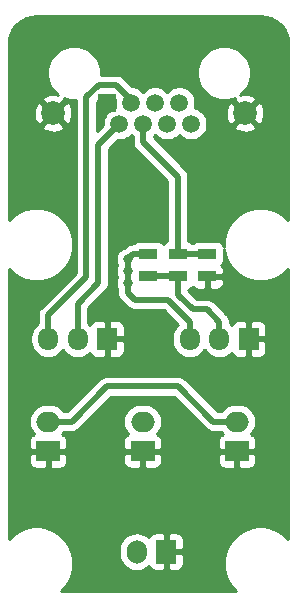
<source format=gtl>
G04 #@! TF.GenerationSoftware,KiCad,Pcbnew,6.0.0-rc1-unknown-73a0cbf~66~ubuntu18.04.1*
G04 #@! TF.CreationDate,2019-02-12T22:26:01+01:00
G04 #@! TF.ProjectId,wcube-head-pcb,77637562-652d-4686-9561-642d7063622e,rev?*
G04 #@! TF.SameCoordinates,Original*
G04 #@! TF.FileFunction,Copper,L1,Top*
G04 #@! TF.FilePolarity,Positive*
%FSLAX46Y46*%
G04 Gerber Fmt 4.6, Leading zero omitted, Abs format (unit mm)*
G04 Created by KiCad (PCBNEW 6.0.0-rc1-unknown-73a0cbf~66~ubuntu18.04.1) date 2019-02-12 22:26:01*
%MOMM*%
%LPD*%
G04 APERTURE LIST*
%ADD10O,1.700000X1.950000*%
%ADD11R,1.700000X1.950000*%
%ADD12R,1.500000X0.970000*%
%ADD13C,2.000000*%
%ADD14C,1.500000*%
%ADD15R,1.500000X1.500000*%
%ADD16O,2.000000X1.700000*%
%ADD17R,2.000000X1.700000*%
%ADD18O,1.700000X2.000000*%
%ADD19R,1.700000X2.000000*%
%ADD20C,0.800000*%
%ADD21C,0.500000*%
%ADD22C,0.254000*%
G04 APERTURE END LIST*
D10*
X169000000Y-78000000D03*
X171500000Y-78000000D03*
D11*
X174000000Y-78000000D03*
D12*
X182500000Y-70795000D03*
X182500000Y-72705000D03*
D13*
X185680000Y-58890000D03*
D14*
X181110000Y-59780000D03*
X179080000Y-59780000D03*
X177050000Y-59780000D03*
X175020000Y-59780000D03*
X178060000Y-58000000D03*
X176030000Y-58000000D03*
X180100000Y-58000000D03*
D15*
X174000000Y-58000000D03*
D13*
X169430000Y-58890000D03*
D12*
X177500000Y-70795000D03*
X177500000Y-72705000D03*
X180000000Y-70795000D03*
X180000000Y-72705000D03*
D10*
X181000000Y-78000000D03*
X183500000Y-78000000D03*
D11*
X186000000Y-78000000D03*
D16*
X185000000Y-85000000D03*
D17*
X185000000Y-87500000D03*
D16*
X169000000Y-85000000D03*
D17*
X169000000Y-87500000D03*
D16*
X177000000Y-85000000D03*
D17*
X177000000Y-87500000D03*
D18*
X176500000Y-96000000D03*
D19*
X179000000Y-96000000D03*
D20*
X175750000Y-71250000D03*
X175750000Y-72250000D03*
X175750000Y-73250000D03*
X175750000Y-64750000D03*
X175750000Y-63750000D03*
X175750000Y-62750000D03*
X174750000Y-62750000D03*
X174750000Y-63750000D03*
X174750000Y-64750000D03*
D21*
X183000000Y-85000000D02*
X185000000Y-85000000D01*
X180000000Y-82000000D02*
X183000000Y-85000000D01*
X174000000Y-82000000D02*
X180000000Y-82000000D01*
X169000000Y-85000000D02*
X171000000Y-85000000D01*
X171000000Y-85000000D02*
X174000000Y-82000000D01*
X176205000Y-70795000D02*
X176149999Y-70850001D01*
X177500000Y-70795000D02*
X176205000Y-70795000D01*
X176149999Y-70850001D02*
X175750000Y-71250000D01*
X175750000Y-71250000D02*
X175750000Y-72250000D01*
X175750000Y-72250000D02*
X175750000Y-73250000D01*
X181000000Y-76525000D02*
X179150000Y-74675000D01*
X176325000Y-74675000D02*
X175750000Y-74100000D01*
X181000000Y-78000000D02*
X181000000Y-76525000D01*
X179150000Y-74675000D02*
X176325000Y-74675000D01*
X175750000Y-74100000D02*
X175750000Y-73815685D01*
X175750000Y-73815685D02*
X175750000Y-73250000D01*
X182500000Y-70795000D02*
X180000000Y-70795000D01*
X177050000Y-61300000D02*
X180000000Y-64250000D01*
X180000000Y-64250000D02*
X180000000Y-70795000D01*
X177050000Y-59780000D02*
X177050000Y-61300000D01*
X176030000Y-57780000D02*
X176030000Y-58000000D01*
X169000000Y-76000000D02*
X172250000Y-72750000D01*
X169000000Y-78000000D02*
X169000000Y-76000000D01*
X173278002Y-56500000D02*
X174750000Y-56500000D01*
X172250000Y-72750000D02*
X172250000Y-57528002D01*
X172250000Y-57528002D02*
X173278002Y-56500000D01*
X174750000Y-56500000D02*
X176030000Y-57780000D01*
X174270001Y-60529999D02*
X175020000Y-59780000D01*
X173250000Y-61550000D02*
X174270001Y-60529999D01*
X173250000Y-73250000D02*
X173250000Y-61550000D01*
X171500000Y-78000000D02*
X171500000Y-75000000D01*
X171500000Y-75000000D02*
X173250000Y-73250000D01*
X177500000Y-72705000D02*
X180000000Y-72705000D01*
X183500000Y-76525000D02*
X182475000Y-75500000D01*
X183500000Y-78000000D02*
X183500000Y-76525000D01*
X182475000Y-75500000D02*
X181250000Y-75500000D01*
X181250000Y-75500000D02*
X180000000Y-74250000D01*
X180000000Y-74250000D02*
X180000000Y-72705000D01*
D22*
G36*
X187453893Y-50707670D02*
G01*
X187890498Y-50839489D01*
X188293185Y-51053600D01*
X188646612Y-51341848D01*
X188937327Y-51693261D01*
X189154242Y-52094439D01*
X189289106Y-52530113D01*
X189340000Y-53014344D01*
X189340000Y-67917755D01*
X188993346Y-67571101D01*
X188481190Y-67228889D01*
X187912112Y-66993169D01*
X187307983Y-66873000D01*
X186692017Y-66873000D01*
X186087888Y-66993169D01*
X185518810Y-67228889D01*
X185006654Y-67571101D01*
X184571101Y-68006654D01*
X184228889Y-68518810D01*
X183993169Y-69087888D01*
X183873000Y-69692017D01*
X183873000Y-70176248D01*
X183839502Y-70065820D01*
X183780537Y-69955506D01*
X183701185Y-69858815D01*
X183604494Y-69779463D01*
X183494180Y-69720498D01*
X183374482Y-69684188D01*
X183250000Y-69671928D01*
X181750000Y-69671928D01*
X181625518Y-69684188D01*
X181505820Y-69720498D01*
X181395506Y-69779463D01*
X181298815Y-69858815D01*
X181256809Y-69910000D01*
X181243191Y-69910000D01*
X181201185Y-69858815D01*
X181104494Y-69779463D01*
X180994180Y-69720498D01*
X180885000Y-69687379D01*
X180885000Y-64293466D01*
X180889281Y-64249999D01*
X180885000Y-64206533D01*
X180885000Y-64206523D01*
X180872195Y-64076510D01*
X180821589Y-63909687D01*
X180739411Y-63755941D01*
X180628817Y-63621183D01*
X180595050Y-63593471D01*
X177935000Y-60933422D01*
X177935000Y-60853685D01*
X178065000Y-60723685D01*
X178197114Y-60855799D01*
X178423957Y-61007371D01*
X178676011Y-61111775D01*
X178943589Y-61165000D01*
X179216411Y-61165000D01*
X179483989Y-61111775D01*
X179736043Y-61007371D01*
X179962886Y-60855799D01*
X180095000Y-60723685D01*
X180227114Y-60855799D01*
X180453957Y-61007371D01*
X180706011Y-61111775D01*
X180973589Y-61165000D01*
X181246411Y-61165000D01*
X181513989Y-61111775D01*
X181766043Y-61007371D01*
X181992886Y-60855799D01*
X182185799Y-60662886D01*
X182337371Y-60436043D01*
X182441775Y-60183989D01*
X182473317Y-60025413D01*
X184724192Y-60025413D01*
X184819956Y-60289814D01*
X185109571Y-60430704D01*
X185421108Y-60512384D01*
X185742595Y-60531718D01*
X186061675Y-60487961D01*
X186366088Y-60382795D01*
X186540044Y-60289814D01*
X186635808Y-60025413D01*
X185680000Y-59069605D01*
X184724192Y-60025413D01*
X182473317Y-60025413D01*
X182495000Y-59916411D01*
X182495000Y-59643589D01*
X182441775Y-59376011D01*
X182337371Y-59123957D01*
X182222871Y-58952595D01*
X184038282Y-58952595D01*
X184082039Y-59271675D01*
X184187205Y-59576088D01*
X184280186Y-59750044D01*
X184544587Y-59845808D01*
X185500395Y-58890000D01*
X185859605Y-58890000D01*
X186815413Y-59845808D01*
X187079814Y-59750044D01*
X187220704Y-59460429D01*
X187302384Y-59148892D01*
X187321718Y-58827405D01*
X187277961Y-58508325D01*
X187172795Y-58203912D01*
X187079814Y-58029956D01*
X186815413Y-57934192D01*
X185859605Y-58890000D01*
X185500395Y-58890000D01*
X184544587Y-57934192D01*
X184280186Y-58029956D01*
X184139296Y-58319571D01*
X184057616Y-58631108D01*
X184038282Y-58952595D01*
X182222871Y-58952595D01*
X182185799Y-58897114D01*
X181992886Y-58704201D01*
X181766043Y-58552629D01*
X181513989Y-58448225D01*
X181421105Y-58429749D01*
X181431775Y-58403989D01*
X181485000Y-58136411D01*
X181485000Y-57863589D01*
X181431775Y-57596011D01*
X181327371Y-57343957D01*
X181175799Y-57117114D01*
X180982886Y-56924201D01*
X180756043Y-56772629D01*
X180503989Y-56668225D01*
X180236411Y-56615000D01*
X179963589Y-56615000D01*
X179696011Y-56668225D01*
X179443957Y-56772629D01*
X179217114Y-56924201D01*
X179080000Y-57061315D01*
X178942886Y-56924201D01*
X178716043Y-56772629D01*
X178463989Y-56668225D01*
X178196411Y-56615000D01*
X177923589Y-56615000D01*
X177656011Y-56668225D01*
X177403957Y-56772629D01*
X177177114Y-56924201D01*
X177045000Y-57056315D01*
X176912886Y-56924201D01*
X176686043Y-56772629D01*
X176433989Y-56668225D01*
X176166411Y-56615000D01*
X176116579Y-56615000D01*
X175406534Y-55904956D01*
X175378817Y-55871183D01*
X175244059Y-55760589D01*
X175090313Y-55678411D01*
X174923490Y-55627805D01*
X174793477Y-55615000D01*
X174793469Y-55615000D01*
X174750000Y-55610719D01*
X174706531Y-55615000D01*
X173495000Y-55615000D01*
X173495000Y-55234947D01*
X181625000Y-55234947D01*
X181625000Y-55685053D01*
X181712811Y-56126510D01*
X181885059Y-56542353D01*
X182135125Y-56916603D01*
X182453397Y-57234875D01*
X182827647Y-57484941D01*
X183243490Y-57657189D01*
X183684947Y-57745000D01*
X184135053Y-57745000D01*
X184576510Y-57657189D01*
X184791762Y-57568029D01*
X184724192Y-57754587D01*
X185680000Y-58710395D01*
X186635808Y-57754587D01*
X186540044Y-57490186D01*
X186250429Y-57349296D01*
X185938892Y-57267616D01*
X185617405Y-57248282D01*
X185298325Y-57292039D01*
X185262559Y-57304395D01*
X185366603Y-57234875D01*
X185684875Y-56916603D01*
X185934941Y-56542353D01*
X186107189Y-56126510D01*
X186195000Y-55685053D01*
X186195000Y-55234947D01*
X186107189Y-54793490D01*
X185934941Y-54377647D01*
X185684875Y-54003397D01*
X185366603Y-53685125D01*
X184992353Y-53435059D01*
X184576510Y-53262811D01*
X184135053Y-53175000D01*
X183684947Y-53175000D01*
X183243490Y-53262811D01*
X182827647Y-53435059D01*
X182453397Y-53685125D01*
X182135125Y-54003397D01*
X181885059Y-54377647D01*
X181712811Y-54793490D01*
X181625000Y-55234947D01*
X173495000Y-55234947D01*
X173407189Y-54793490D01*
X173234941Y-54377647D01*
X172984875Y-54003397D01*
X172666603Y-53685125D01*
X172292353Y-53435059D01*
X171876510Y-53262811D01*
X171435053Y-53175000D01*
X170984947Y-53175000D01*
X170543490Y-53262811D01*
X170127647Y-53435059D01*
X169753397Y-53685125D01*
X169435125Y-54003397D01*
X169185059Y-54377647D01*
X169012811Y-54793490D01*
X168925000Y-55234947D01*
X168925000Y-55685053D01*
X169012811Y-56126510D01*
X169185059Y-56542353D01*
X169435125Y-56916603D01*
X169753397Y-57234875D01*
X169875697Y-57316593D01*
X169688892Y-57267616D01*
X169367405Y-57248282D01*
X169048325Y-57292039D01*
X168743912Y-57397205D01*
X168569956Y-57490186D01*
X168474192Y-57754587D01*
X169430000Y-58710395D01*
X170385808Y-57754587D01*
X170316473Y-57563155D01*
X170543490Y-57657189D01*
X170984947Y-57745000D01*
X171365001Y-57745000D01*
X171365000Y-72383421D01*
X168404951Y-75343471D01*
X168371184Y-75371183D01*
X168343471Y-75404951D01*
X168343468Y-75404954D01*
X168260590Y-75505941D01*
X168178412Y-75659687D01*
X168127805Y-75826510D01*
X168110719Y-76000000D01*
X168115001Y-76043479D01*
X168115001Y-76680241D01*
X167944866Y-76819866D01*
X167759294Y-77045986D01*
X167621401Y-77303966D01*
X167536487Y-77583889D01*
X167515000Y-77802050D01*
X167515000Y-78197949D01*
X167536487Y-78416110D01*
X167621401Y-78696033D01*
X167759294Y-78954013D01*
X167944866Y-79180134D01*
X168170986Y-79365706D01*
X168428966Y-79503599D01*
X168708889Y-79588513D01*
X169000000Y-79617185D01*
X169291110Y-79588513D01*
X169571033Y-79503599D01*
X169829013Y-79365706D01*
X170055134Y-79180134D01*
X170240706Y-78954014D01*
X170250000Y-78936626D01*
X170259294Y-78954013D01*
X170444866Y-79180134D01*
X170670986Y-79365706D01*
X170928966Y-79503599D01*
X171208889Y-79588513D01*
X171500000Y-79617185D01*
X171791110Y-79588513D01*
X172071033Y-79503599D01*
X172329013Y-79365706D01*
X172549549Y-79184718D01*
X172587270Y-79275785D01*
X172656763Y-79379789D01*
X172745211Y-79468237D01*
X172849215Y-79537730D01*
X172964777Y-79585597D01*
X173087458Y-79610000D01*
X173714250Y-79610000D01*
X173873000Y-79451250D01*
X173873000Y-78127000D01*
X174127000Y-78127000D01*
X174127000Y-79451250D01*
X174285750Y-79610000D01*
X174912542Y-79610000D01*
X175035223Y-79585597D01*
X175150785Y-79537730D01*
X175254789Y-79468237D01*
X175343237Y-79379789D01*
X175412730Y-79275785D01*
X175460597Y-79160223D01*
X175485000Y-79037542D01*
X175485000Y-78285750D01*
X175326250Y-78127000D01*
X174127000Y-78127000D01*
X173873000Y-78127000D01*
X173853000Y-78127000D01*
X173853000Y-77873000D01*
X173873000Y-77873000D01*
X173873000Y-76548750D01*
X174127000Y-76548750D01*
X174127000Y-77873000D01*
X175326250Y-77873000D01*
X175485000Y-77714250D01*
X175485000Y-76962458D01*
X175460597Y-76839777D01*
X175412730Y-76724215D01*
X175343237Y-76620211D01*
X175254789Y-76531763D01*
X175150785Y-76462270D01*
X175035223Y-76414403D01*
X174912542Y-76390000D01*
X174285750Y-76390000D01*
X174127000Y-76548750D01*
X173873000Y-76548750D01*
X173714250Y-76390000D01*
X173087458Y-76390000D01*
X172964777Y-76414403D01*
X172849215Y-76462270D01*
X172745211Y-76531763D01*
X172656763Y-76620211D01*
X172587270Y-76724215D01*
X172549549Y-76815282D01*
X172385000Y-76680241D01*
X172385000Y-75366578D01*
X173845050Y-73906529D01*
X173878817Y-73878817D01*
X173930525Y-73815812D01*
X173989411Y-73744059D01*
X174001984Y-73720537D01*
X174071589Y-73590313D01*
X174122195Y-73423490D01*
X174135000Y-73293477D01*
X174135000Y-73293469D01*
X174139281Y-73250000D01*
X174135000Y-73206531D01*
X174135000Y-61916578D01*
X174886579Y-61165000D01*
X175156411Y-61165000D01*
X175423989Y-61111775D01*
X175676043Y-61007371D01*
X175902886Y-60855799D01*
X176035000Y-60723685D01*
X176165001Y-60853686D01*
X176165001Y-61256521D01*
X176160719Y-61300000D01*
X176177805Y-61473490D01*
X176228412Y-61640313D01*
X176310590Y-61794059D01*
X176393468Y-61895046D01*
X176393471Y-61895049D01*
X176421184Y-61928817D01*
X176454951Y-61956529D01*
X179115000Y-64616579D01*
X179115001Y-69687378D01*
X179005820Y-69720498D01*
X178895506Y-69779463D01*
X178798815Y-69858815D01*
X178750000Y-69918296D01*
X178701185Y-69858815D01*
X178604494Y-69779463D01*
X178494180Y-69720498D01*
X178374482Y-69684188D01*
X178250000Y-69671928D01*
X176750000Y-69671928D01*
X176625518Y-69684188D01*
X176505820Y-69720498D01*
X176395506Y-69779463D01*
X176298815Y-69858815D01*
X176256809Y-69910000D01*
X176248465Y-69910000D01*
X176204999Y-69905719D01*
X176161533Y-69910000D01*
X176161523Y-69910000D01*
X176031510Y-69922805D01*
X175864687Y-69973411D01*
X175710941Y-70055589D01*
X175576183Y-70166183D01*
X175548466Y-70199956D01*
X175504957Y-70243465D01*
X175448102Y-70254774D01*
X175259744Y-70332795D01*
X175090226Y-70446063D01*
X174946063Y-70590226D01*
X174832795Y-70759744D01*
X174754774Y-70948102D01*
X174715000Y-71148061D01*
X174715000Y-71351939D01*
X174754774Y-71551898D01*
X174832795Y-71740256D01*
X174839306Y-71750000D01*
X174832795Y-71759744D01*
X174754774Y-71948102D01*
X174715000Y-72148061D01*
X174715000Y-72351939D01*
X174754774Y-72551898D01*
X174832795Y-72740256D01*
X174839306Y-72750000D01*
X174832795Y-72759744D01*
X174754774Y-72948102D01*
X174715000Y-73148061D01*
X174715000Y-73351939D01*
X174754774Y-73551898D01*
X174832795Y-73740256D01*
X174865000Y-73788454D01*
X174865000Y-74056531D01*
X174860719Y-74100000D01*
X174865000Y-74143469D01*
X174865000Y-74143476D01*
X174877805Y-74273489D01*
X174928411Y-74440312D01*
X175010589Y-74594058D01*
X175121183Y-74728817D01*
X175154956Y-74756534D01*
X175668466Y-75270044D01*
X175696183Y-75303817D01*
X175830941Y-75414411D01*
X175984687Y-75496589D01*
X176151510Y-75547195D01*
X176281523Y-75560000D01*
X176281531Y-75560000D01*
X176325000Y-75564281D01*
X176368469Y-75560000D01*
X178783422Y-75560000D01*
X179998924Y-76775502D01*
X179944866Y-76819866D01*
X179759294Y-77045986D01*
X179621401Y-77303966D01*
X179536487Y-77583889D01*
X179515000Y-77802050D01*
X179515000Y-78197949D01*
X179536487Y-78416110D01*
X179621401Y-78696033D01*
X179759294Y-78954013D01*
X179944866Y-79180134D01*
X180170986Y-79365706D01*
X180428966Y-79503599D01*
X180708889Y-79588513D01*
X181000000Y-79617185D01*
X181291110Y-79588513D01*
X181571033Y-79503599D01*
X181829013Y-79365706D01*
X182055134Y-79180134D01*
X182240706Y-78954014D01*
X182250000Y-78936626D01*
X182259294Y-78954013D01*
X182444866Y-79180134D01*
X182670986Y-79365706D01*
X182928966Y-79503599D01*
X183208889Y-79588513D01*
X183500000Y-79617185D01*
X183791110Y-79588513D01*
X184071033Y-79503599D01*
X184329013Y-79365706D01*
X184549549Y-79184718D01*
X184587270Y-79275785D01*
X184656763Y-79379789D01*
X184745211Y-79468237D01*
X184849215Y-79537730D01*
X184964777Y-79585597D01*
X185087458Y-79610000D01*
X185714250Y-79610000D01*
X185873000Y-79451250D01*
X185873000Y-78127000D01*
X186127000Y-78127000D01*
X186127000Y-79451250D01*
X186285750Y-79610000D01*
X186912542Y-79610000D01*
X187035223Y-79585597D01*
X187150785Y-79537730D01*
X187254789Y-79468237D01*
X187343237Y-79379789D01*
X187412730Y-79275785D01*
X187460597Y-79160223D01*
X187485000Y-79037542D01*
X187485000Y-78285750D01*
X187326250Y-78127000D01*
X186127000Y-78127000D01*
X185873000Y-78127000D01*
X185853000Y-78127000D01*
X185853000Y-77873000D01*
X185873000Y-77873000D01*
X185873000Y-76548750D01*
X186127000Y-76548750D01*
X186127000Y-77873000D01*
X187326250Y-77873000D01*
X187485000Y-77714250D01*
X187485000Y-76962458D01*
X187460597Y-76839777D01*
X187412730Y-76724215D01*
X187343237Y-76620211D01*
X187254789Y-76531763D01*
X187150785Y-76462270D01*
X187035223Y-76414403D01*
X186912542Y-76390000D01*
X186285750Y-76390000D01*
X186127000Y-76548750D01*
X185873000Y-76548750D01*
X185714250Y-76390000D01*
X185087458Y-76390000D01*
X184964777Y-76414403D01*
X184849215Y-76462270D01*
X184745211Y-76531763D01*
X184656763Y-76620211D01*
X184587270Y-76724215D01*
X184549549Y-76815282D01*
X184385000Y-76680241D01*
X184385000Y-76568469D01*
X184389281Y-76525000D01*
X184385000Y-76481531D01*
X184385000Y-76481523D01*
X184372195Y-76351510D01*
X184321589Y-76184687D01*
X184239411Y-76030941D01*
X184214018Y-76000000D01*
X184156532Y-75929953D01*
X184156530Y-75929951D01*
X184128817Y-75896183D01*
X184095049Y-75868470D01*
X183131534Y-74904956D01*
X183103817Y-74871183D01*
X182969059Y-74760589D01*
X182815313Y-74678411D01*
X182648490Y-74627805D01*
X182518477Y-74615000D01*
X182518469Y-74615000D01*
X182475000Y-74610719D01*
X182431531Y-74615000D01*
X181616579Y-74615000D01*
X180885000Y-73883422D01*
X180885000Y-73812621D01*
X180994180Y-73779502D01*
X181104494Y-73720537D01*
X181201185Y-73641185D01*
X181248908Y-73583034D01*
X181256763Y-73594789D01*
X181345211Y-73683237D01*
X181449215Y-73752730D01*
X181564777Y-73800597D01*
X181687458Y-73825000D01*
X182214250Y-73825000D01*
X182373000Y-73666250D01*
X182373000Y-72832000D01*
X182627000Y-72832000D01*
X182627000Y-73666250D01*
X182785750Y-73825000D01*
X183312542Y-73825000D01*
X183435223Y-73800597D01*
X183550785Y-73752730D01*
X183654789Y-73683237D01*
X183743237Y-73594789D01*
X183812730Y-73490785D01*
X183860597Y-73375223D01*
X183885000Y-73252542D01*
X183885000Y-72990750D01*
X183726250Y-72832000D01*
X182627000Y-72832000D01*
X182373000Y-72832000D01*
X182353000Y-72832000D01*
X182353000Y-72578000D01*
X182373000Y-72578000D01*
X182373000Y-72558000D01*
X182627000Y-72558000D01*
X182627000Y-72578000D01*
X183726250Y-72578000D01*
X183885000Y-72419250D01*
X183885000Y-72157458D01*
X183860597Y-72034777D01*
X183812730Y-71919215D01*
X183743237Y-71815211D01*
X183678131Y-71750105D01*
X183701185Y-71731185D01*
X183780537Y-71634494D01*
X183839502Y-71524180D01*
X183875812Y-71404482D01*
X183888072Y-71280000D01*
X183888072Y-70383755D01*
X183993169Y-70912112D01*
X184228889Y-71481190D01*
X184571101Y-71993346D01*
X185006654Y-72428899D01*
X185518810Y-72771111D01*
X186087888Y-73006831D01*
X186692017Y-73127000D01*
X187307983Y-73127000D01*
X187912112Y-73006831D01*
X188481190Y-72771111D01*
X188993346Y-72428899D01*
X189340000Y-72082245D01*
X189340001Y-94917756D01*
X188993346Y-94571101D01*
X188481190Y-94228889D01*
X187912112Y-93993169D01*
X187307983Y-93873000D01*
X186692017Y-93873000D01*
X186087888Y-93993169D01*
X185518810Y-94228889D01*
X185006654Y-94571101D01*
X184571101Y-95006654D01*
X184228889Y-95518810D01*
X183993169Y-96087888D01*
X183873000Y-96692017D01*
X183873000Y-97307983D01*
X183993169Y-97912112D01*
X184228889Y-98481190D01*
X184571101Y-98993346D01*
X184917755Y-99340000D01*
X170082245Y-99340000D01*
X170428899Y-98993346D01*
X170771111Y-98481190D01*
X171006831Y-97912112D01*
X171127000Y-97307983D01*
X171127000Y-96692017D01*
X171006831Y-96087888D01*
X170878078Y-95777050D01*
X175015000Y-95777050D01*
X175015000Y-96222949D01*
X175036487Y-96441110D01*
X175121401Y-96721033D01*
X175259294Y-96979013D01*
X175444866Y-97205134D01*
X175670986Y-97390706D01*
X175928966Y-97528599D01*
X176208889Y-97613513D01*
X176500000Y-97642185D01*
X176791110Y-97613513D01*
X177071033Y-97528599D01*
X177329013Y-97390706D01*
X177549549Y-97209718D01*
X177587270Y-97300785D01*
X177656763Y-97404789D01*
X177745211Y-97493237D01*
X177849215Y-97562730D01*
X177964777Y-97610597D01*
X178087458Y-97635000D01*
X178714250Y-97635000D01*
X178873000Y-97476250D01*
X178873000Y-96127000D01*
X179127000Y-96127000D01*
X179127000Y-97476250D01*
X179285750Y-97635000D01*
X179912542Y-97635000D01*
X180035223Y-97610597D01*
X180150785Y-97562730D01*
X180254789Y-97493237D01*
X180343237Y-97404789D01*
X180412730Y-97300785D01*
X180460597Y-97185223D01*
X180485000Y-97062542D01*
X180485000Y-96285750D01*
X180326250Y-96127000D01*
X179127000Y-96127000D01*
X178873000Y-96127000D01*
X178853000Y-96127000D01*
X178853000Y-95873000D01*
X178873000Y-95873000D01*
X178873000Y-94523750D01*
X179127000Y-94523750D01*
X179127000Y-95873000D01*
X180326250Y-95873000D01*
X180485000Y-95714250D01*
X180485000Y-94937458D01*
X180460597Y-94814777D01*
X180412730Y-94699215D01*
X180343237Y-94595211D01*
X180254789Y-94506763D01*
X180150785Y-94437270D01*
X180035223Y-94389403D01*
X179912542Y-94365000D01*
X179285750Y-94365000D01*
X179127000Y-94523750D01*
X178873000Y-94523750D01*
X178714250Y-94365000D01*
X178087458Y-94365000D01*
X177964777Y-94389403D01*
X177849215Y-94437270D01*
X177745211Y-94506763D01*
X177656763Y-94595211D01*
X177587270Y-94699215D01*
X177549549Y-94790282D01*
X177329014Y-94609294D01*
X177071034Y-94471401D01*
X176791111Y-94386487D01*
X176500000Y-94357815D01*
X176208890Y-94386487D01*
X175928967Y-94471401D01*
X175670987Y-94609294D01*
X175444866Y-94794866D01*
X175259294Y-95020986D01*
X175121401Y-95278966D01*
X175036487Y-95558889D01*
X175015000Y-95777050D01*
X170878078Y-95777050D01*
X170771111Y-95518810D01*
X170428899Y-95006654D01*
X169993346Y-94571101D01*
X169481190Y-94228889D01*
X168912112Y-93993169D01*
X168307983Y-93873000D01*
X167692017Y-93873000D01*
X167087888Y-93993169D01*
X166518810Y-94228889D01*
X166006654Y-94571101D01*
X165660000Y-94917755D01*
X165660000Y-87785750D01*
X167365000Y-87785750D01*
X167365000Y-88412542D01*
X167389403Y-88535223D01*
X167437270Y-88650785D01*
X167506763Y-88754789D01*
X167595211Y-88843237D01*
X167699215Y-88912730D01*
X167814777Y-88960597D01*
X167937458Y-88985000D01*
X168714250Y-88985000D01*
X168873000Y-88826250D01*
X168873000Y-87627000D01*
X169127000Y-87627000D01*
X169127000Y-88826250D01*
X169285750Y-88985000D01*
X170062542Y-88985000D01*
X170185223Y-88960597D01*
X170300785Y-88912730D01*
X170404789Y-88843237D01*
X170493237Y-88754789D01*
X170562730Y-88650785D01*
X170610597Y-88535223D01*
X170635000Y-88412542D01*
X170635000Y-87785750D01*
X175365000Y-87785750D01*
X175365000Y-88412542D01*
X175389403Y-88535223D01*
X175437270Y-88650785D01*
X175506763Y-88754789D01*
X175595211Y-88843237D01*
X175699215Y-88912730D01*
X175814777Y-88960597D01*
X175937458Y-88985000D01*
X176714250Y-88985000D01*
X176873000Y-88826250D01*
X176873000Y-87627000D01*
X177127000Y-87627000D01*
X177127000Y-88826250D01*
X177285750Y-88985000D01*
X178062542Y-88985000D01*
X178185223Y-88960597D01*
X178300785Y-88912730D01*
X178404789Y-88843237D01*
X178493237Y-88754789D01*
X178562730Y-88650785D01*
X178610597Y-88535223D01*
X178635000Y-88412542D01*
X178635000Y-87785750D01*
X183365000Y-87785750D01*
X183365000Y-88412542D01*
X183389403Y-88535223D01*
X183437270Y-88650785D01*
X183506763Y-88754789D01*
X183595211Y-88843237D01*
X183699215Y-88912730D01*
X183814777Y-88960597D01*
X183937458Y-88985000D01*
X184714250Y-88985000D01*
X184873000Y-88826250D01*
X184873000Y-87627000D01*
X185127000Y-87627000D01*
X185127000Y-88826250D01*
X185285750Y-88985000D01*
X186062542Y-88985000D01*
X186185223Y-88960597D01*
X186300785Y-88912730D01*
X186404789Y-88843237D01*
X186493237Y-88754789D01*
X186562730Y-88650785D01*
X186610597Y-88535223D01*
X186635000Y-88412542D01*
X186635000Y-87785750D01*
X186476250Y-87627000D01*
X185127000Y-87627000D01*
X184873000Y-87627000D01*
X183523750Y-87627000D01*
X183365000Y-87785750D01*
X178635000Y-87785750D01*
X178476250Y-87627000D01*
X177127000Y-87627000D01*
X176873000Y-87627000D01*
X175523750Y-87627000D01*
X175365000Y-87785750D01*
X170635000Y-87785750D01*
X170476250Y-87627000D01*
X169127000Y-87627000D01*
X168873000Y-87627000D01*
X167523750Y-87627000D01*
X167365000Y-87785750D01*
X165660000Y-87785750D01*
X165660000Y-85000000D01*
X167357815Y-85000000D01*
X167386487Y-85291111D01*
X167471401Y-85571034D01*
X167609294Y-85829014D01*
X167790282Y-86049549D01*
X167699215Y-86087270D01*
X167595211Y-86156763D01*
X167506763Y-86245211D01*
X167437270Y-86349215D01*
X167389403Y-86464777D01*
X167365000Y-86587458D01*
X167365000Y-87214250D01*
X167523750Y-87373000D01*
X168873000Y-87373000D01*
X168873000Y-87353000D01*
X169127000Y-87353000D01*
X169127000Y-87373000D01*
X170476250Y-87373000D01*
X170635000Y-87214250D01*
X170635000Y-86587458D01*
X170610597Y-86464777D01*
X170562730Y-86349215D01*
X170493237Y-86245211D01*
X170404789Y-86156763D01*
X170300785Y-86087270D01*
X170209718Y-86049549D01*
X170344759Y-85885000D01*
X170956531Y-85885000D01*
X171000000Y-85889281D01*
X171043469Y-85885000D01*
X171043477Y-85885000D01*
X171173490Y-85872195D01*
X171340313Y-85821589D01*
X171494059Y-85739411D01*
X171628817Y-85628817D01*
X171656534Y-85595044D01*
X172251578Y-85000000D01*
X175357815Y-85000000D01*
X175386487Y-85291111D01*
X175471401Y-85571034D01*
X175609294Y-85829014D01*
X175790282Y-86049549D01*
X175699215Y-86087270D01*
X175595211Y-86156763D01*
X175506763Y-86245211D01*
X175437270Y-86349215D01*
X175389403Y-86464777D01*
X175365000Y-86587458D01*
X175365000Y-87214250D01*
X175523750Y-87373000D01*
X176873000Y-87373000D01*
X176873000Y-87353000D01*
X177127000Y-87353000D01*
X177127000Y-87373000D01*
X178476250Y-87373000D01*
X178635000Y-87214250D01*
X178635000Y-86587458D01*
X178610597Y-86464777D01*
X178562730Y-86349215D01*
X178493237Y-86245211D01*
X178404789Y-86156763D01*
X178300785Y-86087270D01*
X178209718Y-86049549D01*
X178390706Y-85829014D01*
X178528599Y-85571034D01*
X178613513Y-85291111D01*
X178642185Y-85000000D01*
X178613513Y-84708889D01*
X178528599Y-84428966D01*
X178390706Y-84170986D01*
X178205134Y-83944866D01*
X177979014Y-83759294D01*
X177721034Y-83621401D01*
X177441111Y-83536487D01*
X177222950Y-83515000D01*
X176777050Y-83515000D01*
X176558889Y-83536487D01*
X176278966Y-83621401D01*
X176020986Y-83759294D01*
X175794866Y-83944866D01*
X175609294Y-84170986D01*
X175471401Y-84428966D01*
X175386487Y-84708889D01*
X175357815Y-85000000D01*
X172251578Y-85000000D01*
X174366579Y-82885000D01*
X179633422Y-82885000D01*
X182343470Y-85595049D01*
X182371183Y-85628817D01*
X182404951Y-85656530D01*
X182404953Y-85656532D01*
X182505941Y-85739411D01*
X182659686Y-85821589D01*
X182826510Y-85872195D01*
X182956523Y-85885000D01*
X182956531Y-85885000D01*
X183000000Y-85889281D01*
X183043469Y-85885000D01*
X183655241Y-85885000D01*
X183790282Y-86049549D01*
X183699215Y-86087270D01*
X183595211Y-86156763D01*
X183506763Y-86245211D01*
X183437270Y-86349215D01*
X183389403Y-86464777D01*
X183365000Y-86587458D01*
X183365000Y-87214250D01*
X183523750Y-87373000D01*
X184873000Y-87373000D01*
X184873000Y-87353000D01*
X185127000Y-87353000D01*
X185127000Y-87373000D01*
X186476250Y-87373000D01*
X186635000Y-87214250D01*
X186635000Y-86587458D01*
X186610597Y-86464777D01*
X186562730Y-86349215D01*
X186493237Y-86245211D01*
X186404789Y-86156763D01*
X186300785Y-86087270D01*
X186209718Y-86049549D01*
X186390706Y-85829014D01*
X186528599Y-85571034D01*
X186613513Y-85291111D01*
X186642185Y-85000000D01*
X186613513Y-84708889D01*
X186528599Y-84428966D01*
X186390706Y-84170986D01*
X186205134Y-83944866D01*
X185979014Y-83759294D01*
X185721034Y-83621401D01*
X185441111Y-83536487D01*
X185222950Y-83515000D01*
X184777050Y-83515000D01*
X184558889Y-83536487D01*
X184278966Y-83621401D01*
X184020986Y-83759294D01*
X183794866Y-83944866D01*
X183655241Y-84115000D01*
X183366579Y-84115000D01*
X180656534Y-81404956D01*
X180628817Y-81371183D01*
X180494059Y-81260589D01*
X180340313Y-81178411D01*
X180173490Y-81127805D01*
X180043477Y-81115000D01*
X180043469Y-81115000D01*
X180000000Y-81110719D01*
X179956531Y-81115000D01*
X174043469Y-81115000D01*
X174000000Y-81110719D01*
X173956531Y-81115000D01*
X173956523Y-81115000D01*
X173826510Y-81127805D01*
X173659686Y-81178411D01*
X173505941Y-81260589D01*
X173404953Y-81343468D01*
X173404951Y-81343470D01*
X173371183Y-81371183D01*
X173343470Y-81404951D01*
X170633422Y-84115000D01*
X170344759Y-84115000D01*
X170205134Y-83944866D01*
X169979014Y-83759294D01*
X169721034Y-83621401D01*
X169441111Y-83536487D01*
X169222950Y-83515000D01*
X168777050Y-83515000D01*
X168558889Y-83536487D01*
X168278966Y-83621401D01*
X168020986Y-83759294D01*
X167794866Y-83944866D01*
X167609294Y-84170986D01*
X167471401Y-84428966D01*
X167386487Y-84708889D01*
X167357815Y-85000000D01*
X165660000Y-85000000D01*
X165660000Y-72082245D01*
X166006654Y-72428899D01*
X166518810Y-72771111D01*
X167087888Y-73006831D01*
X167692017Y-73127000D01*
X168307983Y-73127000D01*
X168912112Y-73006831D01*
X169481190Y-72771111D01*
X169993346Y-72428899D01*
X170428899Y-71993346D01*
X170771111Y-71481190D01*
X171006831Y-70912112D01*
X171127000Y-70307983D01*
X171127000Y-69692017D01*
X171006831Y-69087888D01*
X170771111Y-68518810D01*
X170428899Y-68006654D01*
X169993346Y-67571101D01*
X169481190Y-67228889D01*
X168912112Y-66993169D01*
X168307983Y-66873000D01*
X167692017Y-66873000D01*
X167087888Y-66993169D01*
X166518810Y-67228889D01*
X166006654Y-67571101D01*
X165660000Y-67917755D01*
X165660000Y-60025413D01*
X168474192Y-60025413D01*
X168569956Y-60289814D01*
X168859571Y-60430704D01*
X169171108Y-60512384D01*
X169492595Y-60531718D01*
X169811675Y-60487961D01*
X170116088Y-60382795D01*
X170290044Y-60289814D01*
X170385808Y-60025413D01*
X169430000Y-59069605D01*
X168474192Y-60025413D01*
X165660000Y-60025413D01*
X165660000Y-58952595D01*
X167788282Y-58952595D01*
X167832039Y-59271675D01*
X167937205Y-59576088D01*
X168030186Y-59750044D01*
X168294587Y-59845808D01*
X169250395Y-58890000D01*
X169609605Y-58890000D01*
X170565413Y-59845808D01*
X170829814Y-59750044D01*
X170970704Y-59460429D01*
X171052384Y-59148892D01*
X171071718Y-58827405D01*
X171027961Y-58508325D01*
X170922795Y-58203912D01*
X170829814Y-58029956D01*
X170565413Y-57934192D01*
X169609605Y-58890000D01*
X169250395Y-58890000D01*
X168294587Y-57934192D01*
X168030186Y-58029956D01*
X167889296Y-58319571D01*
X167807616Y-58631108D01*
X167788282Y-58952595D01*
X165660000Y-58952595D01*
X165660000Y-53032279D01*
X165707670Y-52546107D01*
X165839489Y-52109502D01*
X166053600Y-51706815D01*
X166341848Y-51353388D01*
X166693261Y-51062673D01*
X167094439Y-50845758D01*
X167530113Y-50710894D01*
X168014344Y-50660000D01*
X186967721Y-50660000D01*
X187453893Y-50707670D01*
X187453893Y-50707670D01*
G37*
X187453893Y-50707670D02*
X187890498Y-50839489D01*
X188293185Y-51053600D01*
X188646612Y-51341848D01*
X188937327Y-51693261D01*
X189154242Y-52094439D01*
X189289106Y-52530113D01*
X189340000Y-53014344D01*
X189340000Y-67917755D01*
X188993346Y-67571101D01*
X188481190Y-67228889D01*
X187912112Y-66993169D01*
X187307983Y-66873000D01*
X186692017Y-66873000D01*
X186087888Y-66993169D01*
X185518810Y-67228889D01*
X185006654Y-67571101D01*
X184571101Y-68006654D01*
X184228889Y-68518810D01*
X183993169Y-69087888D01*
X183873000Y-69692017D01*
X183873000Y-70176248D01*
X183839502Y-70065820D01*
X183780537Y-69955506D01*
X183701185Y-69858815D01*
X183604494Y-69779463D01*
X183494180Y-69720498D01*
X183374482Y-69684188D01*
X183250000Y-69671928D01*
X181750000Y-69671928D01*
X181625518Y-69684188D01*
X181505820Y-69720498D01*
X181395506Y-69779463D01*
X181298815Y-69858815D01*
X181256809Y-69910000D01*
X181243191Y-69910000D01*
X181201185Y-69858815D01*
X181104494Y-69779463D01*
X180994180Y-69720498D01*
X180885000Y-69687379D01*
X180885000Y-64293466D01*
X180889281Y-64249999D01*
X180885000Y-64206533D01*
X180885000Y-64206523D01*
X180872195Y-64076510D01*
X180821589Y-63909687D01*
X180739411Y-63755941D01*
X180628817Y-63621183D01*
X180595050Y-63593471D01*
X177935000Y-60933422D01*
X177935000Y-60853685D01*
X178065000Y-60723685D01*
X178197114Y-60855799D01*
X178423957Y-61007371D01*
X178676011Y-61111775D01*
X178943589Y-61165000D01*
X179216411Y-61165000D01*
X179483989Y-61111775D01*
X179736043Y-61007371D01*
X179962886Y-60855799D01*
X180095000Y-60723685D01*
X180227114Y-60855799D01*
X180453957Y-61007371D01*
X180706011Y-61111775D01*
X180973589Y-61165000D01*
X181246411Y-61165000D01*
X181513989Y-61111775D01*
X181766043Y-61007371D01*
X181992886Y-60855799D01*
X182185799Y-60662886D01*
X182337371Y-60436043D01*
X182441775Y-60183989D01*
X182473317Y-60025413D01*
X184724192Y-60025413D01*
X184819956Y-60289814D01*
X185109571Y-60430704D01*
X185421108Y-60512384D01*
X185742595Y-60531718D01*
X186061675Y-60487961D01*
X186366088Y-60382795D01*
X186540044Y-60289814D01*
X186635808Y-60025413D01*
X185680000Y-59069605D01*
X184724192Y-60025413D01*
X182473317Y-60025413D01*
X182495000Y-59916411D01*
X182495000Y-59643589D01*
X182441775Y-59376011D01*
X182337371Y-59123957D01*
X182222871Y-58952595D01*
X184038282Y-58952595D01*
X184082039Y-59271675D01*
X184187205Y-59576088D01*
X184280186Y-59750044D01*
X184544587Y-59845808D01*
X185500395Y-58890000D01*
X185859605Y-58890000D01*
X186815413Y-59845808D01*
X187079814Y-59750044D01*
X187220704Y-59460429D01*
X187302384Y-59148892D01*
X187321718Y-58827405D01*
X187277961Y-58508325D01*
X187172795Y-58203912D01*
X187079814Y-58029956D01*
X186815413Y-57934192D01*
X185859605Y-58890000D01*
X185500395Y-58890000D01*
X184544587Y-57934192D01*
X184280186Y-58029956D01*
X184139296Y-58319571D01*
X184057616Y-58631108D01*
X184038282Y-58952595D01*
X182222871Y-58952595D01*
X182185799Y-58897114D01*
X181992886Y-58704201D01*
X181766043Y-58552629D01*
X181513989Y-58448225D01*
X181421105Y-58429749D01*
X181431775Y-58403989D01*
X181485000Y-58136411D01*
X181485000Y-57863589D01*
X181431775Y-57596011D01*
X181327371Y-57343957D01*
X181175799Y-57117114D01*
X180982886Y-56924201D01*
X180756043Y-56772629D01*
X180503989Y-56668225D01*
X180236411Y-56615000D01*
X179963589Y-56615000D01*
X179696011Y-56668225D01*
X179443957Y-56772629D01*
X179217114Y-56924201D01*
X179080000Y-57061315D01*
X178942886Y-56924201D01*
X178716043Y-56772629D01*
X178463989Y-56668225D01*
X178196411Y-56615000D01*
X177923589Y-56615000D01*
X177656011Y-56668225D01*
X177403957Y-56772629D01*
X177177114Y-56924201D01*
X177045000Y-57056315D01*
X176912886Y-56924201D01*
X176686043Y-56772629D01*
X176433989Y-56668225D01*
X176166411Y-56615000D01*
X176116579Y-56615000D01*
X175406534Y-55904956D01*
X175378817Y-55871183D01*
X175244059Y-55760589D01*
X175090313Y-55678411D01*
X174923490Y-55627805D01*
X174793477Y-55615000D01*
X174793469Y-55615000D01*
X174750000Y-55610719D01*
X174706531Y-55615000D01*
X173495000Y-55615000D01*
X173495000Y-55234947D01*
X181625000Y-55234947D01*
X181625000Y-55685053D01*
X181712811Y-56126510D01*
X181885059Y-56542353D01*
X182135125Y-56916603D01*
X182453397Y-57234875D01*
X182827647Y-57484941D01*
X183243490Y-57657189D01*
X183684947Y-57745000D01*
X184135053Y-57745000D01*
X184576510Y-57657189D01*
X184791762Y-57568029D01*
X184724192Y-57754587D01*
X185680000Y-58710395D01*
X186635808Y-57754587D01*
X186540044Y-57490186D01*
X186250429Y-57349296D01*
X185938892Y-57267616D01*
X185617405Y-57248282D01*
X185298325Y-57292039D01*
X185262559Y-57304395D01*
X185366603Y-57234875D01*
X185684875Y-56916603D01*
X185934941Y-56542353D01*
X186107189Y-56126510D01*
X186195000Y-55685053D01*
X186195000Y-55234947D01*
X186107189Y-54793490D01*
X185934941Y-54377647D01*
X185684875Y-54003397D01*
X185366603Y-53685125D01*
X184992353Y-53435059D01*
X184576510Y-53262811D01*
X184135053Y-53175000D01*
X183684947Y-53175000D01*
X183243490Y-53262811D01*
X182827647Y-53435059D01*
X182453397Y-53685125D01*
X182135125Y-54003397D01*
X181885059Y-54377647D01*
X181712811Y-54793490D01*
X181625000Y-55234947D01*
X173495000Y-55234947D01*
X173407189Y-54793490D01*
X173234941Y-54377647D01*
X172984875Y-54003397D01*
X172666603Y-53685125D01*
X172292353Y-53435059D01*
X171876510Y-53262811D01*
X171435053Y-53175000D01*
X170984947Y-53175000D01*
X170543490Y-53262811D01*
X170127647Y-53435059D01*
X169753397Y-53685125D01*
X169435125Y-54003397D01*
X169185059Y-54377647D01*
X169012811Y-54793490D01*
X168925000Y-55234947D01*
X168925000Y-55685053D01*
X169012811Y-56126510D01*
X169185059Y-56542353D01*
X169435125Y-56916603D01*
X169753397Y-57234875D01*
X169875697Y-57316593D01*
X169688892Y-57267616D01*
X169367405Y-57248282D01*
X169048325Y-57292039D01*
X168743912Y-57397205D01*
X168569956Y-57490186D01*
X168474192Y-57754587D01*
X169430000Y-58710395D01*
X170385808Y-57754587D01*
X170316473Y-57563155D01*
X170543490Y-57657189D01*
X170984947Y-57745000D01*
X171365001Y-57745000D01*
X171365000Y-72383421D01*
X168404951Y-75343471D01*
X168371184Y-75371183D01*
X168343471Y-75404951D01*
X168343468Y-75404954D01*
X168260590Y-75505941D01*
X168178412Y-75659687D01*
X168127805Y-75826510D01*
X168110719Y-76000000D01*
X168115001Y-76043479D01*
X168115001Y-76680241D01*
X167944866Y-76819866D01*
X167759294Y-77045986D01*
X167621401Y-77303966D01*
X167536487Y-77583889D01*
X167515000Y-77802050D01*
X167515000Y-78197949D01*
X167536487Y-78416110D01*
X167621401Y-78696033D01*
X167759294Y-78954013D01*
X167944866Y-79180134D01*
X168170986Y-79365706D01*
X168428966Y-79503599D01*
X168708889Y-79588513D01*
X169000000Y-79617185D01*
X169291110Y-79588513D01*
X169571033Y-79503599D01*
X169829013Y-79365706D01*
X170055134Y-79180134D01*
X170240706Y-78954014D01*
X170250000Y-78936626D01*
X170259294Y-78954013D01*
X170444866Y-79180134D01*
X170670986Y-79365706D01*
X170928966Y-79503599D01*
X171208889Y-79588513D01*
X171500000Y-79617185D01*
X171791110Y-79588513D01*
X172071033Y-79503599D01*
X172329013Y-79365706D01*
X172549549Y-79184718D01*
X172587270Y-79275785D01*
X172656763Y-79379789D01*
X172745211Y-79468237D01*
X172849215Y-79537730D01*
X172964777Y-79585597D01*
X173087458Y-79610000D01*
X173714250Y-79610000D01*
X173873000Y-79451250D01*
X173873000Y-78127000D01*
X174127000Y-78127000D01*
X174127000Y-79451250D01*
X174285750Y-79610000D01*
X174912542Y-79610000D01*
X175035223Y-79585597D01*
X175150785Y-79537730D01*
X175254789Y-79468237D01*
X175343237Y-79379789D01*
X175412730Y-79275785D01*
X175460597Y-79160223D01*
X175485000Y-79037542D01*
X175485000Y-78285750D01*
X175326250Y-78127000D01*
X174127000Y-78127000D01*
X173873000Y-78127000D01*
X173853000Y-78127000D01*
X173853000Y-77873000D01*
X173873000Y-77873000D01*
X173873000Y-76548750D01*
X174127000Y-76548750D01*
X174127000Y-77873000D01*
X175326250Y-77873000D01*
X175485000Y-77714250D01*
X175485000Y-76962458D01*
X175460597Y-76839777D01*
X175412730Y-76724215D01*
X175343237Y-76620211D01*
X175254789Y-76531763D01*
X175150785Y-76462270D01*
X175035223Y-76414403D01*
X174912542Y-76390000D01*
X174285750Y-76390000D01*
X174127000Y-76548750D01*
X173873000Y-76548750D01*
X173714250Y-76390000D01*
X173087458Y-76390000D01*
X172964777Y-76414403D01*
X172849215Y-76462270D01*
X172745211Y-76531763D01*
X172656763Y-76620211D01*
X172587270Y-76724215D01*
X172549549Y-76815282D01*
X172385000Y-76680241D01*
X172385000Y-75366578D01*
X173845050Y-73906529D01*
X173878817Y-73878817D01*
X173930525Y-73815812D01*
X173989411Y-73744059D01*
X174001984Y-73720537D01*
X174071589Y-73590313D01*
X174122195Y-73423490D01*
X174135000Y-73293477D01*
X174135000Y-73293469D01*
X174139281Y-73250000D01*
X174135000Y-73206531D01*
X174135000Y-61916578D01*
X174886579Y-61165000D01*
X175156411Y-61165000D01*
X175423989Y-61111775D01*
X175676043Y-61007371D01*
X175902886Y-60855799D01*
X176035000Y-60723685D01*
X176165001Y-60853686D01*
X176165001Y-61256521D01*
X176160719Y-61300000D01*
X176177805Y-61473490D01*
X176228412Y-61640313D01*
X176310590Y-61794059D01*
X176393468Y-61895046D01*
X176393471Y-61895049D01*
X176421184Y-61928817D01*
X176454951Y-61956529D01*
X179115000Y-64616579D01*
X179115001Y-69687378D01*
X179005820Y-69720498D01*
X178895506Y-69779463D01*
X178798815Y-69858815D01*
X178750000Y-69918296D01*
X178701185Y-69858815D01*
X178604494Y-69779463D01*
X178494180Y-69720498D01*
X178374482Y-69684188D01*
X178250000Y-69671928D01*
X176750000Y-69671928D01*
X176625518Y-69684188D01*
X176505820Y-69720498D01*
X176395506Y-69779463D01*
X176298815Y-69858815D01*
X176256809Y-69910000D01*
X176248465Y-69910000D01*
X176204999Y-69905719D01*
X176161533Y-69910000D01*
X176161523Y-69910000D01*
X176031510Y-69922805D01*
X175864687Y-69973411D01*
X175710941Y-70055589D01*
X175576183Y-70166183D01*
X175548466Y-70199956D01*
X175504957Y-70243465D01*
X175448102Y-70254774D01*
X175259744Y-70332795D01*
X175090226Y-70446063D01*
X174946063Y-70590226D01*
X174832795Y-70759744D01*
X174754774Y-70948102D01*
X174715000Y-71148061D01*
X174715000Y-71351939D01*
X174754774Y-71551898D01*
X174832795Y-71740256D01*
X174839306Y-71750000D01*
X174832795Y-71759744D01*
X174754774Y-71948102D01*
X174715000Y-72148061D01*
X174715000Y-72351939D01*
X174754774Y-72551898D01*
X174832795Y-72740256D01*
X174839306Y-72750000D01*
X174832795Y-72759744D01*
X174754774Y-72948102D01*
X174715000Y-73148061D01*
X174715000Y-73351939D01*
X174754774Y-73551898D01*
X174832795Y-73740256D01*
X174865000Y-73788454D01*
X174865000Y-74056531D01*
X174860719Y-74100000D01*
X174865000Y-74143469D01*
X174865000Y-74143476D01*
X174877805Y-74273489D01*
X174928411Y-74440312D01*
X175010589Y-74594058D01*
X175121183Y-74728817D01*
X175154956Y-74756534D01*
X175668466Y-75270044D01*
X175696183Y-75303817D01*
X175830941Y-75414411D01*
X175984687Y-75496589D01*
X176151510Y-75547195D01*
X176281523Y-75560000D01*
X176281531Y-75560000D01*
X176325000Y-75564281D01*
X176368469Y-75560000D01*
X178783422Y-75560000D01*
X179998924Y-76775502D01*
X179944866Y-76819866D01*
X179759294Y-77045986D01*
X179621401Y-77303966D01*
X179536487Y-77583889D01*
X179515000Y-77802050D01*
X179515000Y-78197949D01*
X179536487Y-78416110D01*
X179621401Y-78696033D01*
X179759294Y-78954013D01*
X179944866Y-79180134D01*
X180170986Y-79365706D01*
X180428966Y-79503599D01*
X180708889Y-79588513D01*
X181000000Y-79617185D01*
X181291110Y-79588513D01*
X181571033Y-79503599D01*
X181829013Y-79365706D01*
X182055134Y-79180134D01*
X182240706Y-78954014D01*
X182250000Y-78936626D01*
X182259294Y-78954013D01*
X182444866Y-79180134D01*
X182670986Y-79365706D01*
X182928966Y-79503599D01*
X183208889Y-79588513D01*
X183500000Y-79617185D01*
X183791110Y-79588513D01*
X184071033Y-79503599D01*
X184329013Y-79365706D01*
X184549549Y-79184718D01*
X184587270Y-79275785D01*
X184656763Y-79379789D01*
X184745211Y-79468237D01*
X184849215Y-79537730D01*
X184964777Y-79585597D01*
X185087458Y-79610000D01*
X185714250Y-79610000D01*
X185873000Y-79451250D01*
X185873000Y-78127000D01*
X186127000Y-78127000D01*
X186127000Y-79451250D01*
X186285750Y-79610000D01*
X186912542Y-79610000D01*
X187035223Y-79585597D01*
X187150785Y-79537730D01*
X187254789Y-79468237D01*
X187343237Y-79379789D01*
X187412730Y-79275785D01*
X187460597Y-79160223D01*
X187485000Y-79037542D01*
X187485000Y-78285750D01*
X187326250Y-78127000D01*
X186127000Y-78127000D01*
X185873000Y-78127000D01*
X185853000Y-78127000D01*
X185853000Y-77873000D01*
X185873000Y-77873000D01*
X185873000Y-76548750D01*
X186127000Y-76548750D01*
X186127000Y-77873000D01*
X187326250Y-77873000D01*
X187485000Y-77714250D01*
X187485000Y-76962458D01*
X187460597Y-76839777D01*
X187412730Y-76724215D01*
X187343237Y-76620211D01*
X187254789Y-76531763D01*
X187150785Y-76462270D01*
X187035223Y-76414403D01*
X186912542Y-76390000D01*
X186285750Y-76390000D01*
X186127000Y-76548750D01*
X185873000Y-76548750D01*
X185714250Y-76390000D01*
X185087458Y-76390000D01*
X184964777Y-76414403D01*
X184849215Y-76462270D01*
X184745211Y-76531763D01*
X184656763Y-76620211D01*
X184587270Y-76724215D01*
X184549549Y-76815282D01*
X184385000Y-76680241D01*
X184385000Y-76568469D01*
X184389281Y-76525000D01*
X184385000Y-76481531D01*
X184385000Y-76481523D01*
X184372195Y-76351510D01*
X184321589Y-76184687D01*
X184239411Y-76030941D01*
X184214018Y-76000000D01*
X184156532Y-75929953D01*
X184156530Y-75929951D01*
X184128817Y-75896183D01*
X184095049Y-75868470D01*
X183131534Y-74904956D01*
X183103817Y-74871183D01*
X182969059Y-74760589D01*
X182815313Y-74678411D01*
X182648490Y-74627805D01*
X182518477Y-74615000D01*
X182518469Y-74615000D01*
X182475000Y-74610719D01*
X182431531Y-74615000D01*
X181616579Y-74615000D01*
X180885000Y-73883422D01*
X180885000Y-73812621D01*
X180994180Y-73779502D01*
X181104494Y-73720537D01*
X181201185Y-73641185D01*
X181248908Y-73583034D01*
X181256763Y-73594789D01*
X181345211Y-73683237D01*
X181449215Y-73752730D01*
X181564777Y-73800597D01*
X181687458Y-73825000D01*
X182214250Y-73825000D01*
X182373000Y-73666250D01*
X182373000Y-72832000D01*
X182627000Y-72832000D01*
X182627000Y-73666250D01*
X182785750Y-73825000D01*
X183312542Y-73825000D01*
X183435223Y-73800597D01*
X183550785Y-73752730D01*
X183654789Y-73683237D01*
X183743237Y-73594789D01*
X183812730Y-73490785D01*
X183860597Y-73375223D01*
X183885000Y-73252542D01*
X183885000Y-72990750D01*
X183726250Y-72832000D01*
X182627000Y-72832000D01*
X182373000Y-72832000D01*
X182353000Y-72832000D01*
X182353000Y-72578000D01*
X182373000Y-72578000D01*
X182373000Y-72558000D01*
X182627000Y-72558000D01*
X182627000Y-72578000D01*
X183726250Y-72578000D01*
X183885000Y-72419250D01*
X183885000Y-72157458D01*
X183860597Y-72034777D01*
X183812730Y-71919215D01*
X183743237Y-71815211D01*
X183678131Y-71750105D01*
X183701185Y-71731185D01*
X183780537Y-71634494D01*
X183839502Y-71524180D01*
X183875812Y-71404482D01*
X183888072Y-71280000D01*
X183888072Y-70383755D01*
X183993169Y-70912112D01*
X184228889Y-71481190D01*
X184571101Y-71993346D01*
X185006654Y-72428899D01*
X185518810Y-72771111D01*
X186087888Y-73006831D01*
X186692017Y-73127000D01*
X187307983Y-73127000D01*
X187912112Y-73006831D01*
X188481190Y-72771111D01*
X188993346Y-72428899D01*
X189340000Y-72082245D01*
X189340001Y-94917756D01*
X188993346Y-94571101D01*
X188481190Y-94228889D01*
X187912112Y-93993169D01*
X187307983Y-93873000D01*
X186692017Y-93873000D01*
X186087888Y-93993169D01*
X185518810Y-94228889D01*
X185006654Y-94571101D01*
X184571101Y-95006654D01*
X184228889Y-95518810D01*
X183993169Y-96087888D01*
X183873000Y-96692017D01*
X183873000Y-97307983D01*
X183993169Y-97912112D01*
X184228889Y-98481190D01*
X184571101Y-98993346D01*
X184917755Y-99340000D01*
X170082245Y-99340000D01*
X170428899Y-98993346D01*
X170771111Y-98481190D01*
X171006831Y-97912112D01*
X171127000Y-97307983D01*
X171127000Y-96692017D01*
X171006831Y-96087888D01*
X170878078Y-95777050D01*
X175015000Y-95777050D01*
X175015000Y-96222949D01*
X175036487Y-96441110D01*
X175121401Y-96721033D01*
X175259294Y-96979013D01*
X175444866Y-97205134D01*
X175670986Y-97390706D01*
X175928966Y-97528599D01*
X176208889Y-97613513D01*
X176500000Y-97642185D01*
X176791110Y-97613513D01*
X177071033Y-97528599D01*
X177329013Y-97390706D01*
X177549549Y-97209718D01*
X177587270Y-97300785D01*
X177656763Y-97404789D01*
X177745211Y-97493237D01*
X177849215Y-97562730D01*
X177964777Y-97610597D01*
X178087458Y-97635000D01*
X178714250Y-97635000D01*
X178873000Y-97476250D01*
X178873000Y-96127000D01*
X179127000Y-96127000D01*
X179127000Y-97476250D01*
X179285750Y-97635000D01*
X179912542Y-97635000D01*
X180035223Y-97610597D01*
X180150785Y-97562730D01*
X180254789Y-97493237D01*
X180343237Y-97404789D01*
X180412730Y-97300785D01*
X180460597Y-97185223D01*
X180485000Y-97062542D01*
X180485000Y-96285750D01*
X180326250Y-96127000D01*
X179127000Y-96127000D01*
X178873000Y-96127000D01*
X178853000Y-96127000D01*
X178853000Y-95873000D01*
X178873000Y-95873000D01*
X178873000Y-94523750D01*
X179127000Y-94523750D01*
X179127000Y-95873000D01*
X180326250Y-95873000D01*
X180485000Y-95714250D01*
X180485000Y-94937458D01*
X180460597Y-94814777D01*
X180412730Y-94699215D01*
X180343237Y-94595211D01*
X180254789Y-94506763D01*
X180150785Y-94437270D01*
X180035223Y-94389403D01*
X179912542Y-94365000D01*
X179285750Y-94365000D01*
X179127000Y-94523750D01*
X178873000Y-94523750D01*
X178714250Y-94365000D01*
X178087458Y-94365000D01*
X177964777Y-94389403D01*
X177849215Y-94437270D01*
X177745211Y-94506763D01*
X177656763Y-94595211D01*
X177587270Y-94699215D01*
X177549549Y-94790282D01*
X177329014Y-94609294D01*
X177071034Y-94471401D01*
X176791111Y-94386487D01*
X176500000Y-94357815D01*
X176208890Y-94386487D01*
X175928967Y-94471401D01*
X175670987Y-94609294D01*
X175444866Y-94794866D01*
X175259294Y-95020986D01*
X175121401Y-95278966D01*
X175036487Y-95558889D01*
X175015000Y-95777050D01*
X170878078Y-95777050D01*
X170771111Y-95518810D01*
X170428899Y-95006654D01*
X169993346Y-94571101D01*
X169481190Y-94228889D01*
X168912112Y-93993169D01*
X168307983Y-93873000D01*
X167692017Y-93873000D01*
X167087888Y-93993169D01*
X166518810Y-94228889D01*
X166006654Y-94571101D01*
X165660000Y-94917755D01*
X165660000Y-87785750D01*
X167365000Y-87785750D01*
X167365000Y-88412542D01*
X167389403Y-88535223D01*
X167437270Y-88650785D01*
X167506763Y-88754789D01*
X167595211Y-88843237D01*
X167699215Y-88912730D01*
X167814777Y-88960597D01*
X167937458Y-88985000D01*
X168714250Y-88985000D01*
X168873000Y-88826250D01*
X168873000Y-87627000D01*
X169127000Y-87627000D01*
X169127000Y-88826250D01*
X169285750Y-88985000D01*
X170062542Y-88985000D01*
X170185223Y-88960597D01*
X170300785Y-88912730D01*
X170404789Y-88843237D01*
X170493237Y-88754789D01*
X170562730Y-88650785D01*
X170610597Y-88535223D01*
X170635000Y-88412542D01*
X170635000Y-87785750D01*
X175365000Y-87785750D01*
X175365000Y-88412542D01*
X175389403Y-88535223D01*
X175437270Y-88650785D01*
X175506763Y-88754789D01*
X175595211Y-88843237D01*
X175699215Y-88912730D01*
X175814777Y-88960597D01*
X175937458Y-88985000D01*
X176714250Y-88985000D01*
X176873000Y-88826250D01*
X176873000Y-87627000D01*
X177127000Y-87627000D01*
X177127000Y-88826250D01*
X177285750Y-88985000D01*
X178062542Y-88985000D01*
X178185223Y-88960597D01*
X178300785Y-88912730D01*
X178404789Y-88843237D01*
X178493237Y-88754789D01*
X178562730Y-88650785D01*
X178610597Y-88535223D01*
X178635000Y-88412542D01*
X178635000Y-87785750D01*
X183365000Y-87785750D01*
X183365000Y-88412542D01*
X183389403Y-88535223D01*
X183437270Y-88650785D01*
X183506763Y-88754789D01*
X183595211Y-88843237D01*
X183699215Y-88912730D01*
X183814777Y-88960597D01*
X183937458Y-88985000D01*
X184714250Y-88985000D01*
X184873000Y-88826250D01*
X184873000Y-87627000D01*
X185127000Y-87627000D01*
X185127000Y-88826250D01*
X185285750Y-88985000D01*
X186062542Y-88985000D01*
X186185223Y-88960597D01*
X186300785Y-88912730D01*
X186404789Y-88843237D01*
X186493237Y-88754789D01*
X186562730Y-88650785D01*
X186610597Y-88535223D01*
X186635000Y-88412542D01*
X186635000Y-87785750D01*
X186476250Y-87627000D01*
X185127000Y-87627000D01*
X184873000Y-87627000D01*
X183523750Y-87627000D01*
X183365000Y-87785750D01*
X178635000Y-87785750D01*
X178476250Y-87627000D01*
X177127000Y-87627000D01*
X176873000Y-87627000D01*
X175523750Y-87627000D01*
X175365000Y-87785750D01*
X170635000Y-87785750D01*
X170476250Y-87627000D01*
X169127000Y-87627000D01*
X168873000Y-87627000D01*
X167523750Y-87627000D01*
X167365000Y-87785750D01*
X165660000Y-87785750D01*
X165660000Y-85000000D01*
X167357815Y-85000000D01*
X167386487Y-85291111D01*
X167471401Y-85571034D01*
X167609294Y-85829014D01*
X167790282Y-86049549D01*
X167699215Y-86087270D01*
X167595211Y-86156763D01*
X167506763Y-86245211D01*
X167437270Y-86349215D01*
X167389403Y-86464777D01*
X167365000Y-86587458D01*
X167365000Y-87214250D01*
X167523750Y-87373000D01*
X168873000Y-87373000D01*
X168873000Y-87353000D01*
X169127000Y-87353000D01*
X169127000Y-87373000D01*
X170476250Y-87373000D01*
X170635000Y-87214250D01*
X170635000Y-86587458D01*
X170610597Y-86464777D01*
X170562730Y-86349215D01*
X170493237Y-86245211D01*
X170404789Y-86156763D01*
X170300785Y-86087270D01*
X170209718Y-86049549D01*
X170344759Y-85885000D01*
X170956531Y-85885000D01*
X171000000Y-85889281D01*
X171043469Y-85885000D01*
X171043477Y-85885000D01*
X171173490Y-85872195D01*
X171340313Y-85821589D01*
X171494059Y-85739411D01*
X171628817Y-85628817D01*
X171656534Y-85595044D01*
X172251578Y-85000000D01*
X175357815Y-85000000D01*
X175386487Y-85291111D01*
X175471401Y-85571034D01*
X175609294Y-85829014D01*
X175790282Y-86049549D01*
X175699215Y-86087270D01*
X175595211Y-86156763D01*
X175506763Y-86245211D01*
X175437270Y-86349215D01*
X175389403Y-86464777D01*
X175365000Y-86587458D01*
X175365000Y-87214250D01*
X175523750Y-87373000D01*
X176873000Y-87373000D01*
X176873000Y-87353000D01*
X177127000Y-87353000D01*
X177127000Y-87373000D01*
X178476250Y-87373000D01*
X178635000Y-87214250D01*
X178635000Y-86587458D01*
X178610597Y-86464777D01*
X178562730Y-86349215D01*
X178493237Y-86245211D01*
X178404789Y-86156763D01*
X178300785Y-86087270D01*
X178209718Y-86049549D01*
X178390706Y-85829014D01*
X178528599Y-85571034D01*
X178613513Y-85291111D01*
X178642185Y-85000000D01*
X178613513Y-84708889D01*
X178528599Y-84428966D01*
X178390706Y-84170986D01*
X178205134Y-83944866D01*
X177979014Y-83759294D01*
X177721034Y-83621401D01*
X177441111Y-83536487D01*
X177222950Y-83515000D01*
X176777050Y-83515000D01*
X176558889Y-83536487D01*
X176278966Y-83621401D01*
X176020986Y-83759294D01*
X175794866Y-83944866D01*
X175609294Y-84170986D01*
X175471401Y-84428966D01*
X175386487Y-84708889D01*
X175357815Y-85000000D01*
X172251578Y-85000000D01*
X174366579Y-82885000D01*
X179633422Y-82885000D01*
X182343470Y-85595049D01*
X182371183Y-85628817D01*
X182404951Y-85656530D01*
X182404953Y-85656532D01*
X182505941Y-85739411D01*
X182659686Y-85821589D01*
X182826510Y-85872195D01*
X182956523Y-85885000D01*
X182956531Y-85885000D01*
X183000000Y-85889281D01*
X183043469Y-85885000D01*
X183655241Y-85885000D01*
X183790282Y-86049549D01*
X183699215Y-86087270D01*
X183595211Y-86156763D01*
X183506763Y-86245211D01*
X183437270Y-86349215D01*
X183389403Y-86464777D01*
X183365000Y-86587458D01*
X183365000Y-87214250D01*
X183523750Y-87373000D01*
X184873000Y-87373000D01*
X184873000Y-87353000D01*
X185127000Y-87353000D01*
X185127000Y-87373000D01*
X186476250Y-87373000D01*
X186635000Y-87214250D01*
X186635000Y-86587458D01*
X186610597Y-86464777D01*
X186562730Y-86349215D01*
X186493237Y-86245211D01*
X186404789Y-86156763D01*
X186300785Y-86087270D01*
X186209718Y-86049549D01*
X186390706Y-85829014D01*
X186528599Y-85571034D01*
X186613513Y-85291111D01*
X186642185Y-85000000D01*
X186613513Y-84708889D01*
X186528599Y-84428966D01*
X186390706Y-84170986D01*
X186205134Y-83944866D01*
X185979014Y-83759294D01*
X185721034Y-83621401D01*
X185441111Y-83536487D01*
X185222950Y-83515000D01*
X184777050Y-83515000D01*
X184558889Y-83536487D01*
X184278966Y-83621401D01*
X184020986Y-83759294D01*
X183794866Y-83944866D01*
X183655241Y-84115000D01*
X183366579Y-84115000D01*
X180656534Y-81404956D01*
X180628817Y-81371183D01*
X180494059Y-81260589D01*
X180340313Y-81178411D01*
X180173490Y-81127805D01*
X180043477Y-81115000D01*
X180043469Y-81115000D01*
X180000000Y-81110719D01*
X179956531Y-81115000D01*
X174043469Y-81115000D01*
X174000000Y-81110719D01*
X173956531Y-81115000D01*
X173956523Y-81115000D01*
X173826510Y-81127805D01*
X173659686Y-81178411D01*
X173505941Y-81260589D01*
X173404953Y-81343468D01*
X173404951Y-81343470D01*
X173371183Y-81371183D01*
X173343470Y-81404951D01*
X170633422Y-84115000D01*
X170344759Y-84115000D01*
X170205134Y-83944866D01*
X169979014Y-83759294D01*
X169721034Y-83621401D01*
X169441111Y-83536487D01*
X169222950Y-83515000D01*
X168777050Y-83515000D01*
X168558889Y-83536487D01*
X168278966Y-83621401D01*
X168020986Y-83759294D01*
X167794866Y-83944866D01*
X167609294Y-84170986D01*
X167471401Y-84428966D01*
X167386487Y-84708889D01*
X167357815Y-85000000D01*
X165660000Y-85000000D01*
X165660000Y-72082245D01*
X166006654Y-72428899D01*
X166518810Y-72771111D01*
X167087888Y-73006831D01*
X167692017Y-73127000D01*
X168307983Y-73127000D01*
X168912112Y-73006831D01*
X169481190Y-72771111D01*
X169993346Y-72428899D01*
X170428899Y-71993346D01*
X170771111Y-71481190D01*
X171006831Y-70912112D01*
X171127000Y-70307983D01*
X171127000Y-69692017D01*
X171006831Y-69087888D01*
X170771111Y-68518810D01*
X170428899Y-68006654D01*
X169993346Y-67571101D01*
X169481190Y-67228889D01*
X168912112Y-66993169D01*
X168307983Y-66873000D01*
X167692017Y-66873000D01*
X167087888Y-66993169D01*
X166518810Y-67228889D01*
X166006654Y-67571101D01*
X165660000Y-67917755D01*
X165660000Y-60025413D01*
X168474192Y-60025413D01*
X168569956Y-60289814D01*
X168859571Y-60430704D01*
X169171108Y-60512384D01*
X169492595Y-60531718D01*
X169811675Y-60487961D01*
X170116088Y-60382795D01*
X170290044Y-60289814D01*
X170385808Y-60025413D01*
X169430000Y-59069605D01*
X168474192Y-60025413D01*
X165660000Y-60025413D01*
X165660000Y-58952595D01*
X167788282Y-58952595D01*
X167832039Y-59271675D01*
X167937205Y-59576088D01*
X168030186Y-59750044D01*
X168294587Y-59845808D01*
X169250395Y-58890000D01*
X169609605Y-58890000D01*
X170565413Y-59845808D01*
X170829814Y-59750044D01*
X170970704Y-59460429D01*
X171052384Y-59148892D01*
X171071718Y-58827405D01*
X171027961Y-58508325D01*
X170922795Y-58203912D01*
X170829814Y-58029956D01*
X170565413Y-57934192D01*
X169609605Y-58890000D01*
X169250395Y-58890000D01*
X168294587Y-57934192D01*
X168030186Y-58029956D01*
X167889296Y-58319571D01*
X167807616Y-58631108D01*
X167788282Y-58952595D01*
X165660000Y-58952595D01*
X165660000Y-53032279D01*
X165707670Y-52546107D01*
X165839489Y-52109502D01*
X166053600Y-51706815D01*
X166341848Y-51353388D01*
X166693261Y-51062673D01*
X167094439Y-50845758D01*
X167530113Y-50710894D01*
X168014344Y-50660000D01*
X186967721Y-50660000D01*
X187453893Y-50707670D01*
G36*
X174681005Y-57682583D02*
G01*
X174645000Y-57863589D01*
X174645000Y-58136411D01*
X174698225Y-58403989D01*
X174708895Y-58429749D01*
X174616011Y-58448225D01*
X174363957Y-58552629D01*
X174137114Y-58704201D01*
X173944201Y-58897114D01*
X173792629Y-59123957D01*
X173688225Y-59376011D01*
X173635000Y-59643589D01*
X173635000Y-59913421D01*
X173135000Y-60413421D01*
X173135000Y-57894580D01*
X173644581Y-57385000D01*
X174383422Y-57385000D01*
X174681005Y-57682583D01*
X174681005Y-57682583D01*
G37*
X174681005Y-57682583D02*
X174645000Y-57863589D01*
X174645000Y-58136411D01*
X174698225Y-58403989D01*
X174708895Y-58429749D01*
X174616011Y-58448225D01*
X174363957Y-58552629D01*
X174137114Y-58704201D01*
X173944201Y-58897114D01*
X173792629Y-59123957D01*
X173688225Y-59376011D01*
X173635000Y-59643589D01*
X173635000Y-59913421D01*
X173135000Y-60413421D01*
X173135000Y-57894580D01*
X173644581Y-57385000D01*
X174383422Y-57385000D01*
X174681005Y-57682583D01*
M02*

</source>
